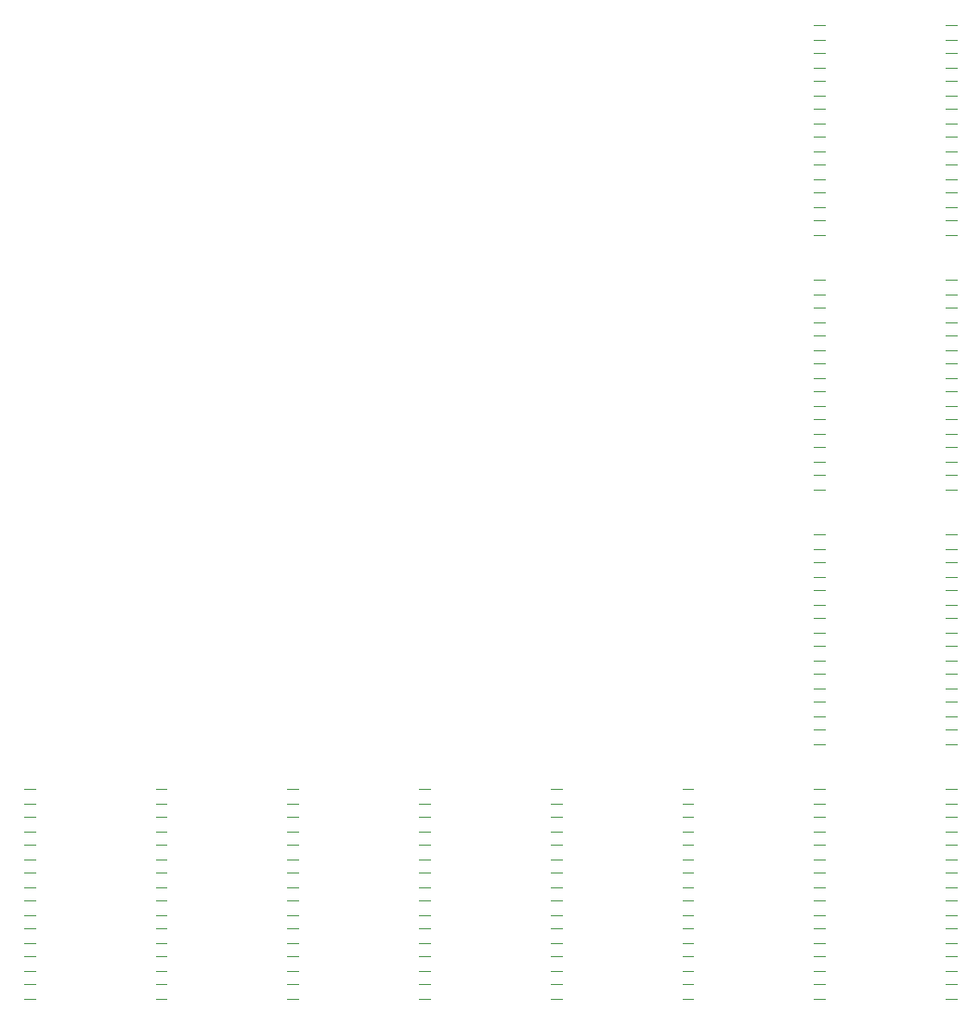
<source format=gbo>
%MOIN*%
%OFA0B0*%
%FSLAX46Y46*%
%IPPOS*%
%LPD*%
%ADD10C,0.0039370078740157488*%
%ADD11C,0.0047244094488188976*%
%ADD12C,0.005905511811023622*%
%ADD23C,0.0039370078740157488*%
%ADD24C,0.0039370078740157488*%
%ADD25C,0.0047244094488188976*%
%ADD26C,0.005905511811023622*%
%ADD27C,0.0039370078740157488*%
%ADD28C,0.0047244094488188976*%
%ADD29C,0.005905511811023622*%
%ADD30C,0.0039370078740157488*%
%ADD31C,0.0047244094488188976*%
%ADD32C,0.005905511811023622*%
%ADD33C,0.0039370078740157488*%
%ADD34C,0.0047244094488188976*%
%ADD35C,0.005905511811023622*%
%ADD36C,0.0039370078740157488*%
%ADD37C,0.0047244094488188976*%
%ADD38C,0.005905511811023622*%
%ADD39C,0.0039370078740157488*%
%ADD40C,0.0047244094488188976*%
%ADD41C,0.005905511811023622*%
%ADD42C,0.0039370078740157488*%
%ADD43C,0.0047244094488188976*%
%ADD44C,0.005905511811023622*%
%ADD45C,0.0039370078740157488*%
%ADD46C,0.0047244094488188976*%
%ADD47C,0.005905511811023622*%
%ADD48C,0.0039370078740157488*%
%ADD49C,0.0047244094488188976*%
%ADD50C,0.005905511811023622*%
%ADD51C,0.0039370078740157488*%
%ADD52C,0.0047244094488188976*%
%ADD53C,0.005905511811023622*%
%ADD54C,0.0039370078740157488*%
%ADD55C,0.0047244094488188976*%
%ADD56C,0.005905511811023622*%
%ADD57C,0.0039370078740157488*%
%ADD58C,0.0047244094488188976*%
%ADD59C,0.005905511811023622*%
%ADD60C,0.0039370078740157488*%
%ADD61C,0.0047244094488188976*%
%ADD62C,0.005905511811023622*%
G01G01*
D10*
D11*
X0003247937Y0000864992D02*
X0003208566Y0000864992D01*
X0003208566Y0000811448D02*
X0003247937Y0000811448D01*
X0003247937Y0000764992D02*
X0003208566Y0000764992D01*
X0003208566Y0000711448D02*
X0003247937Y0000711448D01*
X0003247937Y0000664992D02*
X0003208566Y0000664992D01*
X0003208566Y0000611448D02*
X0003247937Y0000611448D01*
X0003247937Y0000564992D02*
X0003208566Y0000564992D01*
X0003208566Y0000511448D02*
X0003247937Y0000511448D01*
X0003247937Y0000464992D02*
X0003208566Y0000464992D01*
X0003208566Y0000411448D02*
X0003247937Y0000411448D01*
X0003247937Y0000364992D02*
X0003208566Y0000364992D01*
X0003208566Y0000311448D02*
X0003247937Y0000311448D01*
X0003247937Y0000264992D02*
X0003208566Y0000264992D01*
X0003208566Y0000211448D02*
X0003247937Y0000211448D01*
X0003247937Y0000164992D02*
X0003208566Y0000164992D01*
X0003208566Y0000111448D02*
X0003247937Y0000111448D01*
D10*
D12*
D10*
D12*
D10*
D12*
D10*
D12*
D10*
D12*
D10*
D12*
D10*
D12*
D10*
D12*
G04 next file*
G04 Gerber Fmt 4.6, Leading zero omitted, Abs format (unit mm)*
G04 Created by KiCad (PCBNEW 4.0.7) date 11/27/17 18:36:11*
G01G01*
G04 APERTURE LIST*
G04 APERTURE END LIST*
D23*
G04 next file*
G04 Gerber Fmt 4.6, Leading zero omitted, Abs format (unit mm)*
G04 Created by KiCad (PCBNEW 4.0.7) date 11/27/17 18:36:53*
G01G01*
G04 APERTURE LIST*
G04 APERTURE END LIST*
D24*
D25*
X0003720377Y0000864992D02*
X0003681007Y0000864992D01*
X0003681007Y0000811448D02*
X0003720377Y0000811448D01*
X0003720377Y0000764992D02*
X0003681007Y0000764992D01*
X0003681007Y0000711448D02*
X0003720377Y0000711448D01*
X0003720377Y0000664992D02*
X0003681007Y0000664992D01*
X0003681007Y0000611448D02*
X0003720377Y0000611448D01*
X0003720377Y0000564992D02*
X0003681007Y0000564992D01*
X0003681007Y0000511448D02*
X0003720377Y0000511448D01*
X0003720377Y0000464992D02*
X0003681007Y0000464992D01*
X0003681007Y0000411448D02*
X0003720377Y0000411448D01*
X0003720377Y0000364992D02*
X0003681007Y0000364992D01*
X0003681007Y0000311448D02*
X0003720377Y0000311448D01*
X0003720377Y0000264992D02*
X0003681007Y0000264992D01*
X0003681007Y0000211448D02*
X0003720377Y0000211448D01*
X0003720377Y0000164992D02*
X0003681007Y0000164992D01*
X0003681007Y0000111448D02*
X0003720377Y0000111448D01*
D24*
D26*
D24*
D26*
D24*
D26*
D24*
D26*
D24*
D26*
D24*
D26*
D24*
D26*
D24*
D26*
G04 next file*
G04 Gerber Fmt 4.6, Leading zero omitted, Abs format (unit mm)*
G04 Created by KiCad (PCBNEW 4.0.7) date 11/27/17 18:36:53*
G01G01*
G04 APERTURE LIST*
G04 APERTURE END LIST*
D27*
D28*
X0002775496Y0000864992D02*
X0002736125Y0000864992D01*
X0002736125Y0000811448D02*
X0002775496Y0000811448D01*
X0002775496Y0000764992D02*
X0002736125Y0000764992D01*
X0002736125Y0000711448D02*
X0002775496Y0000711448D01*
X0002775496Y0000664992D02*
X0002736125Y0000664992D01*
X0002736125Y0000611448D02*
X0002775496Y0000611448D01*
X0002775496Y0000564992D02*
X0002736125Y0000564992D01*
X0002736125Y0000511448D02*
X0002775496Y0000511448D01*
X0002775496Y0000464992D02*
X0002736125Y0000464992D01*
X0002736125Y0000411448D02*
X0002775496Y0000411448D01*
X0002775496Y0000364992D02*
X0002736125Y0000364992D01*
X0002736125Y0000311448D02*
X0002775496Y0000311448D01*
X0002775496Y0000264992D02*
X0002736125Y0000264992D01*
X0002736125Y0000211448D02*
X0002775496Y0000211448D01*
X0002775496Y0000164992D02*
X0002736125Y0000164992D01*
X0002736125Y0000111448D02*
X0002775496Y0000111448D01*
D27*
D29*
D27*
D29*
D27*
D29*
D27*
D29*
D27*
D29*
D27*
D29*
D27*
D29*
D27*
D29*
G04 next file*
G04 Gerber Fmt 4.6, Leading zero omitted, Abs format (unit mm)*
G04 Created by KiCad (PCBNEW 4.0.7) date 11/27/17 18:36:53*
G01G01*
G04 APERTURE LIST*
G04 APERTURE END LIST*
D30*
D31*
X0002303055Y0000864992D02*
X0002263685Y0000864992D01*
X0002263685Y0000811448D02*
X0002303055Y0000811448D01*
X0002303055Y0000764992D02*
X0002263685Y0000764992D01*
X0002263685Y0000711448D02*
X0002303055Y0000711448D01*
X0002303055Y0000664992D02*
X0002263685Y0000664992D01*
X0002263685Y0000611448D02*
X0002303055Y0000611448D01*
X0002303055Y0000564992D02*
X0002263685Y0000564992D01*
X0002263685Y0000511448D02*
X0002303055Y0000511448D01*
X0002303055Y0000464992D02*
X0002263685Y0000464992D01*
X0002263685Y0000411448D02*
X0002303055Y0000411448D01*
X0002303055Y0000364992D02*
X0002263685Y0000364992D01*
X0002263685Y0000311448D02*
X0002303055Y0000311448D01*
X0002303055Y0000264992D02*
X0002263685Y0000264992D01*
X0002263685Y0000211448D02*
X0002303055Y0000211448D01*
X0002303055Y0000164992D02*
X0002263685Y0000164992D01*
X0002263685Y0000111448D02*
X0002303055Y0000111448D01*
D30*
D32*
D30*
D32*
D30*
D32*
D30*
D32*
D30*
D32*
D30*
D32*
D30*
D32*
D30*
D32*
G04 next file*
G04 Gerber Fmt 4.6, Leading zero omitted, Abs format (unit mm)*
G04 Created by KiCad (PCBNEW 4.0.7) date 11/27/17 18:36:53*
G01G01*
G04 APERTURE LIST*
G04 APERTURE END LIST*
D33*
D34*
X0001830614Y0000864992D02*
X0001791244Y0000864992D01*
X0001791244Y0000811448D02*
X0001830614Y0000811448D01*
X0001830614Y0000764992D02*
X0001791244Y0000764992D01*
X0001791244Y0000711448D02*
X0001830614Y0000711448D01*
X0001830614Y0000664992D02*
X0001791244Y0000664992D01*
X0001791244Y0000611448D02*
X0001830614Y0000611448D01*
X0001830614Y0000564992D02*
X0001791244Y0000564992D01*
X0001791244Y0000511448D02*
X0001830614Y0000511448D01*
X0001830614Y0000464992D02*
X0001791244Y0000464992D01*
X0001791244Y0000411448D02*
X0001830614Y0000411448D01*
X0001830614Y0000364992D02*
X0001791244Y0000364992D01*
X0001791244Y0000311448D02*
X0001830614Y0000311448D01*
X0001830614Y0000264992D02*
X0001791244Y0000264992D01*
X0001791244Y0000211448D02*
X0001830614Y0000211448D01*
X0001830614Y0000164992D02*
X0001791244Y0000164992D01*
X0001791244Y0000111448D02*
X0001830614Y0000111448D01*
D33*
D35*
D33*
D35*
D33*
D35*
D33*
D35*
D33*
D35*
D33*
D35*
D33*
D35*
D33*
D35*
G04 next file*
G04 Gerber Fmt 4.6, Leading zero omitted, Abs format (unit mm)*
G04 Created by KiCad (PCBNEW 4.0.7) date 11/27/17 18:36:53*
G01G01*
G04 APERTURE LIST*
G04 APERTURE END LIST*
D36*
D37*
X0001358173Y0000864992D02*
X0001318803Y0000864992D01*
X0001318803Y0000811448D02*
X0001358173Y0000811448D01*
X0001358173Y0000764992D02*
X0001318803Y0000764992D01*
X0001318803Y0000711448D02*
X0001358173Y0000711448D01*
X0001358173Y0000664992D02*
X0001318803Y0000664992D01*
X0001318803Y0000611448D02*
X0001358173Y0000611448D01*
X0001358173Y0000564992D02*
X0001318803Y0000564992D01*
X0001318803Y0000511448D02*
X0001358173Y0000511448D01*
X0001358173Y0000464992D02*
X0001318803Y0000464992D01*
X0001318803Y0000411448D02*
X0001358173Y0000411448D01*
X0001358173Y0000364992D02*
X0001318803Y0000364992D01*
X0001318803Y0000311448D02*
X0001358173Y0000311448D01*
X0001358173Y0000264992D02*
X0001318803Y0000264992D01*
X0001318803Y0000211448D02*
X0001358173Y0000211448D01*
X0001358173Y0000164992D02*
X0001318803Y0000164992D01*
X0001318803Y0000111448D02*
X0001358173Y0000111448D01*
D36*
D38*
D36*
D38*
D36*
D38*
D36*
D38*
D36*
D38*
D36*
D38*
D36*
D38*
D36*
D38*
G04 next file*
G04 Gerber Fmt 4.6, Leading zero omitted, Abs format (unit mm)*
G04 Created by KiCad (PCBNEW 4.0.7) date 11/27/17 18:36:53*
G01G01*
G04 APERTURE LIST*
G04 APERTURE END LIST*
D39*
D40*
X0000885732Y0000864992D02*
X0000846362Y0000864992D01*
X0000846362Y0000811448D02*
X0000885732Y0000811448D01*
X0000885732Y0000764992D02*
X0000846362Y0000764992D01*
X0000846362Y0000711448D02*
X0000885732Y0000711448D01*
X0000885732Y0000664992D02*
X0000846362Y0000664992D01*
X0000846362Y0000611448D02*
X0000885732Y0000611448D01*
X0000885732Y0000564992D02*
X0000846362Y0000564992D01*
X0000846362Y0000511448D02*
X0000885732Y0000511448D01*
X0000885732Y0000464992D02*
X0000846362Y0000464992D01*
X0000846362Y0000411448D02*
X0000885732Y0000411448D01*
X0000885732Y0000364992D02*
X0000846362Y0000364992D01*
X0000846362Y0000311448D02*
X0000885732Y0000311448D01*
X0000885732Y0000264992D02*
X0000846362Y0000264992D01*
X0000846362Y0000211448D02*
X0000885732Y0000211448D01*
X0000885732Y0000164992D02*
X0000846362Y0000164992D01*
X0000846362Y0000111448D02*
X0000885732Y0000111448D01*
D39*
D41*
D39*
D41*
D39*
D41*
D39*
D41*
D39*
D41*
D39*
D41*
D39*
D41*
D39*
D41*
G04 next file*
G04 Gerber Fmt 4.6, Leading zero omitted, Abs format (unit mm)*
G04 Created by KiCad (PCBNEW 4.0.7) date 11/27/17 18:36:53*
G01G01*
G04 APERTURE LIST*
G04 APERTURE END LIST*
D42*
D43*
X0000413291Y0000864992D02*
X0000373921Y0000864992D01*
X0000373921Y0000811448D02*
X0000413291Y0000811448D01*
X0000413291Y0000764992D02*
X0000373921Y0000764992D01*
X0000373921Y0000711448D02*
X0000413291Y0000711448D01*
X0000413291Y0000664992D02*
X0000373921Y0000664992D01*
X0000373921Y0000611448D02*
X0000413291Y0000611448D01*
X0000413291Y0000564992D02*
X0000373921Y0000564992D01*
X0000373921Y0000511448D02*
X0000413291Y0000511448D01*
X0000413291Y0000464992D02*
X0000373921Y0000464992D01*
X0000373921Y0000411448D02*
X0000413291Y0000411448D01*
X0000413291Y0000364992D02*
X0000373921Y0000364992D01*
X0000373921Y0000311448D02*
X0000413291Y0000311448D01*
X0000413291Y0000264992D02*
X0000373921Y0000264992D01*
X0000373921Y0000211448D02*
X0000413291Y0000211448D01*
X0000413291Y0000164992D02*
X0000373921Y0000164992D01*
X0000373921Y0000111448D02*
X0000413291Y0000111448D01*
D42*
D44*
D42*
D44*
D42*
D44*
D42*
D44*
D42*
D44*
D42*
D44*
D42*
D44*
D42*
D44*
G04 next file*
G04 Gerber Fmt 4.6, Leading zero omitted, Abs format (unit mm)*
G04 Created by KiCad (PCBNEW 4.0.7) date 11/27/17 18:36:53*
G01G01*
G04 APERTURE LIST*
G04 APERTURE END LIST*
D45*
D46*
X0003247937Y0001778377D02*
X0003208566Y0001778377D01*
X0003208566Y0001724834D02*
X0003247937Y0001724834D01*
X0003247937Y0001678377D02*
X0003208566Y0001678377D01*
X0003208566Y0001624834D02*
X0003247937Y0001624834D01*
X0003247937Y0001578377D02*
X0003208566Y0001578377D01*
X0003208566Y0001524834D02*
X0003247937Y0001524834D01*
X0003247937Y0001478377D02*
X0003208566Y0001478377D01*
X0003208566Y0001424834D02*
X0003247937Y0001424834D01*
X0003247937Y0001378377D02*
X0003208566Y0001378377D01*
X0003208566Y0001324834D02*
X0003247937Y0001324834D01*
X0003247937Y0001278377D02*
X0003208566Y0001278377D01*
X0003208566Y0001224834D02*
X0003247937Y0001224834D01*
X0003247937Y0001178377D02*
X0003208566Y0001178377D01*
X0003208566Y0001124834D02*
X0003247937Y0001124834D01*
X0003247937Y0001078377D02*
X0003208566Y0001078377D01*
X0003208566Y0001024834D02*
X0003247937Y0001024834D01*
D45*
D47*
D45*
D47*
D45*
D47*
D45*
D47*
D45*
D47*
D45*
D47*
D45*
D47*
D45*
D47*
G04 next file*
G04 Gerber Fmt 4.6, Leading zero omitted, Abs format (unit mm)*
G04 Created by KiCad (PCBNEW 4.0.7) date 11/27/17 18:36:53*
G01G01*
G04 APERTURE LIST*
G04 APERTURE END LIST*
D48*
D49*
X0003720377Y0001778377D02*
X0003681007Y0001778377D01*
X0003681007Y0001724834D02*
X0003720377Y0001724834D01*
X0003720377Y0001678377D02*
X0003681007Y0001678377D01*
X0003681007Y0001624834D02*
X0003720377Y0001624834D01*
X0003720377Y0001578377D02*
X0003681007Y0001578377D01*
X0003681007Y0001524834D02*
X0003720377Y0001524834D01*
X0003720377Y0001478377D02*
X0003681007Y0001478377D01*
X0003681007Y0001424834D02*
X0003720377Y0001424834D01*
X0003720377Y0001378377D02*
X0003681007Y0001378377D01*
X0003681007Y0001324834D02*
X0003720377Y0001324834D01*
X0003720377Y0001278377D02*
X0003681007Y0001278377D01*
X0003681007Y0001224834D02*
X0003720377Y0001224834D01*
X0003720377Y0001178377D02*
X0003681007Y0001178377D01*
X0003681007Y0001124834D02*
X0003720377Y0001124834D01*
X0003720377Y0001078377D02*
X0003681007Y0001078377D01*
X0003681007Y0001024834D02*
X0003720377Y0001024834D01*
D48*
D50*
D48*
D50*
D48*
D50*
D48*
D50*
D48*
D50*
D48*
D50*
D48*
D50*
D48*
D50*
G04 next file*
G04 Gerber Fmt 4.6, Leading zero omitted, Abs format (unit mm)*
G04 Created by KiCad (PCBNEW 4.0.7) date 11/27/17 18:36:53*
G01G01*
G04 APERTURE LIST*
G04 APERTURE END LIST*
D51*
D52*
X0003247937Y0002691763D02*
X0003208566Y0002691763D01*
X0003208566Y0002638220D02*
X0003247937Y0002638220D01*
X0003247937Y0002591763D02*
X0003208566Y0002591763D01*
X0003208566Y0002538220D02*
X0003247937Y0002538220D01*
X0003247937Y0002491763D02*
X0003208566Y0002491763D01*
X0003208566Y0002438220D02*
X0003247937Y0002438220D01*
X0003247937Y0002391763D02*
X0003208566Y0002391763D01*
X0003208566Y0002338220D02*
X0003247937Y0002338220D01*
X0003247937Y0002291763D02*
X0003208566Y0002291763D01*
X0003208566Y0002238220D02*
X0003247937Y0002238220D01*
X0003247937Y0002191763D02*
X0003208566Y0002191763D01*
X0003208566Y0002138220D02*
X0003247937Y0002138220D01*
X0003247937Y0002091763D02*
X0003208566Y0002091763D01*
X0003208566Y0002038220D02*
X0003247937Y0002038220D01*
X0003247937Y0001991763D02*
X0003208566Y0001991763D01*
X0003208566Y0001938220D02*
X0003247937Y0001938220D01*
D51*
D53*
D51*
D53*
D51*
D53*
D51*
D53*
D51*
D53*
D51*
D53*
D51*
D53*
D51*
D53*
G04 next file*
G04 Gerber Fmt 4.6, Leading zero omitted, Abs format (unit mm)*
G04 Created by KiCad (PCBNEW 4.0.7) date 11/27/17 18:36:53*
G01G01*
G04 APERTURE LIST*
G04 APERTURE END LIST*
D54*
D55*
X0003720377Y0002691763D02*
X0003681007Y0002691763D01*
X0003681007Y0002638220D02*
X0003720377Y0002638220D01*
X0003720377Y0002591763D02*
X0003681007Y0002591763D01*
X0003681007Y0002538220D02*
X0003720377Y0002538220D01*
X0003720377Y0002491763D02*
X0003681007Y0002491763D01*
X0003681007Y0002438220D02*
X0003720377Y0002438220D01*
X0003720377Y0002391763D02*
X0003681007Y0002391763D01*
X0003681007Y0002338220D02*
X0003720377Y0002338220D01*
X0003720377Y0002291763D02*
X0003681007Y0002291763D01*
X0003681007Y0002238220D02*
X0003720377Y0002238220D01*
X0003720377Y0002191763D02*
X0003681007Y0002191763D01*
X0003681007Y0002138220D02*
X0003720377Y0002138220D01*
X0003720377Y0002091763D02*
X0003681007Y0002091763D01*
X0003681007Y0002038220D02*
X0003720377Y0002038220D01*
X0003720377Y0001991763D02*
X0003681007Y0001991763D01*
X0003681007Y0001938220D02*
X0003720377Y0001938220D01*
D54*
D56*
D54*
D56*
D54*
D56*
D54*
D56*
D54*
D56*
D54*
D56*
D54*
D56*
D54*
D56*
G04 next file*
G04 Gerber Fmt 4.6, Leading zero omitted, Abs format (unit mm)*
G04 Created by KiCad (PCBNEW 4.0.7) date 11/27/17 18:36:53*
G01G01*
G04 APERTURE LIST*
G04 APERTURE END LIST*
D57*
D58*
X0003247937Y0003605149D02*
X0003208566Y0003605149D01*
X0003208566Y0003551606D02*
X0003247937Y0003551606D01*
X0003247937Y0003505149D02*
X0003208566Y0003505149D01*
X0003208566Y0003451606D02*
X0003247937Y0003451606D01*
X0003247937Y0003405149D02*
X0003208566Y0003405149D01*
X0003208566Y0003351606D02*
X0003247937Y0003351606D01*
X0003247937Y0003305149D02*
X0003208566Y0003305149D01*
X0003208566Y0003251606D02*
X0003247937Y0003251606D01*
X0003247937Y0003205149D02*
X0003208566Y0003205149D01*
X0003208566Y0003151606D02*
X0003247937Y0003151606D01*
X0003247937Y0003105149D02*
X0003208566Y0003105149D01*
X0003208566Y0003051606D02*
X0003247937Y0003051606D01*
X0003247937Y0003005149D02*
X0003208566Y0003005149D01*
X0003208566Y0002951606D02*
X0003247937Y0002951606D01*
X0003247937Y0002905149D02*
X0003208566Y0002905149D01*
X0003208566Y0002851606D02*
X0003247937Y0002851606D01*
D57*
D59*
D57*
D59*
D57*
D59*
D57*
D59*
D57*
D59*
D57*
D59*
D57*
D59*
D57*
D59*
G04 next file*
G04 Gerber Fmt 4.6, Leading zero omitted, Abs format (unit mm)*
G04 Created by KiCad (PCBNEW 4.0.7) date 11/27/17 18:36:53*
G01G01*
G04 APERTURE LIST*
G04 APERTURE END LIST*
D60*
D61*
X0003720377Y0003605149D02*
X0003681007Y0003605149D01*
X0003681007Y0003551606D02*
X0003720377Y0003551606D01*
X0003720377Y0003505149D02*
X0003681007Y0003505149D01*
X0003681007Y0003451606D02*
X0003720377Y0003451606D01*
X0003720377Y0003405149D02*
X0003681007Y0003405149D01*
X0003681007Y0003351606D02*
X0003720377Y0003351606D01*
X0003720377Y0003305149D02*
X0003681007Y0003305149D01*
X0003681007Y0003251606D02*
X0003720377Y0003251606D01*
X0003720377Y0003205149D02*
X0003681007Y0003205149D01*
X0003681007Y0003151606D02*
X0003720377Y0003151606D01*
X0003720377Y0003105149D02*
X0003681007Y0003105149D01*
X0003681007Y0003051606D02*
X0003720377Y0003051606D01*
X0003720377Y0003005149D02*
X0003681007Y0003005149D01*
X0003681007Y0002951606D02*
X0003720377Y0002951606D01*
X0003720377Y0002905149D02*
X0003681007Y0002905149D01*
X0003681007Y0002851606D02*
X0003720377Y0002851606D01*
D60*
D62*
D60*
D62*
D60*
D62*
D60*
D62*
D60*
D62*
D60*
D62*
D60*
D62*
D60*
D62*
M02*
</source>
